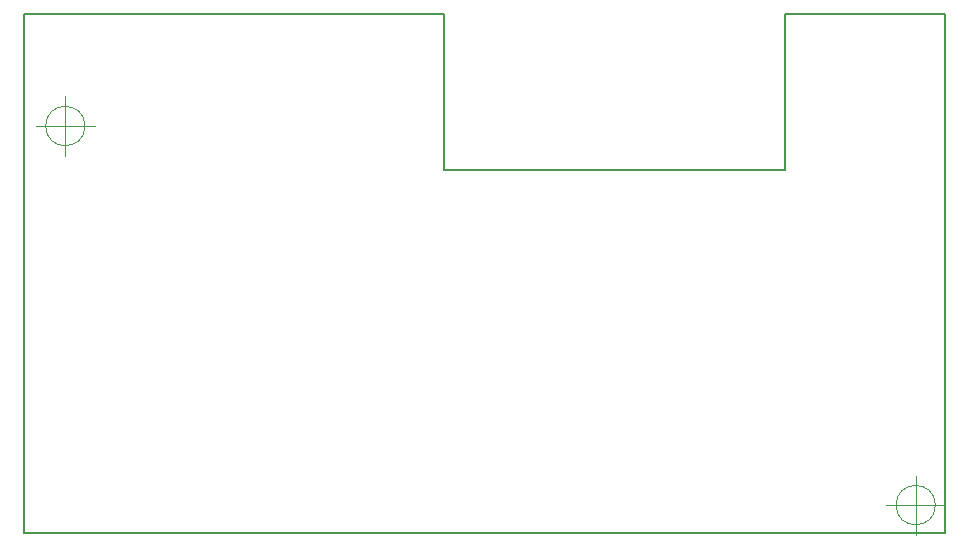
<source format=gbr>
%TF.GenerationSoftware,KiCad,Pcbnew,(5.1.6-0-10_14)*%
%TF.CreationDate,2021-01-11T12:54:44+11:00*%
%TF.ProjectId,esp32lcd,65737033-326c-4636-942e-6b696361645f,rev?*%
%TF.SameCoordinates,PX47868c0PY93d1cc0*%
%TF.FileFunction,Profile,NP*%
%FSLAX46Y46*%
G04 Gerber Fmt 4.6, Leading zero omitted, Abs format (unit mm)*
G04 Created by KiCad (PCBNEW (5.1.6-0-10_14)) date 2021-01-11 12:54:44*
%MOMM*%
%LPD*%
G01*
G04 APERTURE LIST*
%TA.AperFunction,Profile*%
%ADD10C,0.150000*%
%TD*%
%TA.AperFunction,Profile*%
%ADD11C,0.050000*%
%TD*%
G04 APERTURE END LIST*
D10*
X78000000Y44000000D02*
X64400000Y44000000D01*
X64400000Y30800000D02*
X64400000Y44000000D01*
X35600000Y30800000D02*
X64400000Y30800000D01*
X35600000Y44000000D02*
X35600000Y30800000D01*
D11*
X77166666Y2400000D02*
G75*
G03*
X77166666Y2400000I-1666666J0D01*
G01*
X73000000Y2400000D02*
X78000000Y2400000D01*
X75500000Y4900000D02*
X75500000Y-100000D01*
X5166666Y34500000D02*
G75*
G03*
X5166666Y34500000I-1666666J0D01*
G01*
X1000000Y34500000D02*
X6000000Y34500000D01*
X3500000Y37000000D02*
X3500000Y32000000D01*
D10*
X35600000Y44000000D02*
X0Y44000000D01*
X0Y0D02*
X0Y44000000D01*
X78000000Y0D02*
X0Y0D01*
X78000000Y44000000D02*
X78000000Y0D01*
M02*

</source>
